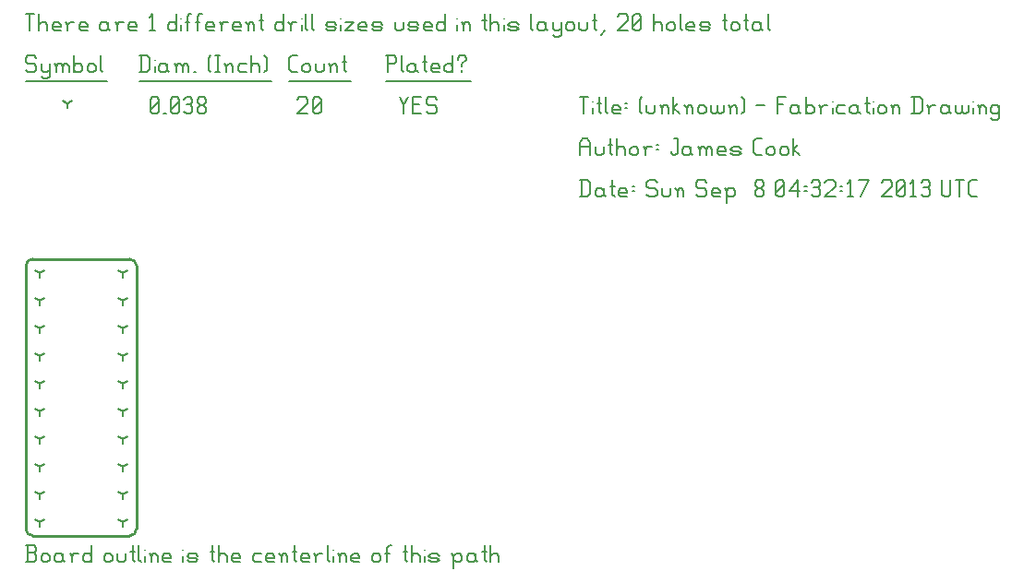
<source format=gbr>
G04 start of page 12 for group -3984 idx -3984 *
G04 Title: (unknown), fab *
G04 Creator: pcb 20110918 *
G04 CreationDate: Sun Sep  8 04:32:17 2013 UTC *
G04 For: mokus *
G04 Format: Gerber/RS-274X *
G04 PCB-Dimensions: 40000 100000 *
G04 PCB-Coordinate-Origin: lower left *
%MOIN*%
%FSLAX25Y25*%
%LNFAB*%
%ADD34C,0.0100*%
%ADD33C,0.0075*%
%ADD32C,0.0060*%
%ADD31C,0.0001*%
%ADD30R,0.0080X0.0080*%
G54D30*X35000Y95000D02*Y93400D01*
G54D31*G36*
X34454Y95147D02*X36533Y96346D01*
X36933Y95653D01*
X34853Y94454D01*
X34454Y95147D01*
G37*
G36*
X35147Y94454D02*X33067Y95653D01*
X33467Y96346D01*
X35546Y95147D01*
X35147Y94454D01*
G37*
G54D30*X35000Y85000D02*Y83400D01*
G54D31*G36*
X34454Y85147D02*X36533Y86346D01*
X36933Y85653D01*
X34853Y84454D01*
X34454Y85147D01*
G37*
G36*
X35147Y84454D02*X33067Y85653D01*
X33467Y86346D01*
X35546Y85147D01*
X35147Y84454D01*
G37*
G54D30*X35000Y75000D02*Y73400D01*
G54D31*G36*
X34454Y75147D02*X36533Y76346D01*
X36933Y75653D01*
X34853Y74454D01*
X34454Y75147D01*
G37*
G36*
X35147Y74454D02*X33067Y75653D01*
X33467Y76346D01*
X35546Y75147D01*
X35147Y74454D01*
G37*
G54D30*X35000Y65000D02*Y63400D01*
G54D31*G36*
X34454Y65147D02*X36533Y66346D01*
X36933Y65653D01*
X34853Y64454D01*
X34454Y65147D01*
G37*
G36*
X35147Y64454D02*X33067Y65653D01*
X33467Y66346D01*
X35546Y65147D01*
X35147Y64454D01*
G37*
G54D30*X35000Y55000D02*Y53400D01*
G54D31*G36*
X34454Y55147D02*X36533Y56346D01*
X36933Y55653D01*
X34853Y54454D01*
X34454Y55147D01*
G37*
G36*
X35147Y54454D02*X33067Y55653D01*
X33467Y56346D01*
X35546Y55147D01*
X35147Y54454D01*
G37*
G54D30*X35000Y45000D02*Y43400D01*
G54D31*G36*
X34454Y45147D02*X36533Y46346D01*
X36933Y45653D01*
X34853Y44454D01*
X34454Y45147D01*
G37*
G36*
X35147Y44454D02*X33067Y45653D01*
X33467Y46346D01*
X35546Y45147D01*
X35147Y44454D01*
G37*
G54D30*X35000Y35000D02*Y33400D01*
G54D31*G36*
X34454Y35147D02*X36533Y36346D01*
X36933Y35653D01*
X34853Y34454D01*
X34454Y35147D01*
G37*
G36*
X35147Y34454D02*X33067Y35653D01*
X33467Y36346D01*
X35546Y35147D01*
X35147Y34454D01*
G37*
G54D30*X35000Y25000D02*Y23400D01*
G54D31*G36*
X34454Y25147D02*X36533Y26346D01*
X36933Y25653D01*
X34853Y24454D01*
X34454Y25147D01*
G37*
G36*
X35147Y24454D02*X33067Y25653D01*
X33467Y26346D01*
X35546Y25147D01*
X35147Y24454D01*
G37*
G54D30*X35000Y15000D02*Y13400D01*
G54D31*G36*
X34454Y15147D02*X36533Y16346D01*
X36933Y15653D01*
X34853Y14454D01*
X34454Y15147D01*
G37*
G36*
X35147Y14454D02*X33067Y15653D01*
X33467Y16346D01*
X35546Y15147D01*
X35147Y14454D01*
G37*
G54D30*X35000Y5000D02*Y3400D01*
G54D31*G36*
X34454Y5147D02*X36533Y6346D01*
X36933Y5653D01*
X34853Y4454D01*
X34454Y5147D01*
G37*
G36*
X35147Y4454D02*X33067Y5653D01*
X33467Y6346D01*
X35546Y5147D01*
X35147Y4454D01*
G37*
G54D30*X5000Y95000D02*Y93400D01*
G54D31*G36*
X4454Y95147D02*X6533Y96346D01*
X6933Y95653D01*
X4853Y94454D01*
X4454Y95147D01*
G37*
G36*
X5147Y94454D02*X3067Y95653D01*
X3467Y96346D01*
X5546Y95147D01*
X5147Y94454D01*
G37*
G54D30*X5000Y85000D02*Y83400D01*
G54D31*G36*
X4454Y85147D02*X6533Y86346D01*
X6933Y85653D01*
X4853Y84454D01*
X4454Y85147D01*
G37*
G36*
X5147Y84454D02*X3067Y85653D01*
X3467Y86346D01*
X5546Y85147D01*
X5147Y84454D01*
G37*
G54D30*X5000Y75000D02*Y73400D01*
G54D31*G36*
X4454Y75147D02*X6533Y76346D01*
X6933Y75653D01*
X4853Y74454D01*
X4454Y75147D01*
G37*
G36*
X5147Y74454D02*X3067Y75653D01*
X3467Y76346D01*
X5546Y75147D01*
X5147Y74454D01*
G37*
G54D30*X5000Y65000D02*Y63400D01*
G54D31*G36*
X4454Y65147D02*X6533Y66346D01*
X6933Y65653D01*
X4853Y64454D01*
X4454Y65147D01*
G37*
G36*
X5147Y64454D02*X3067Y65653D01*
X3467Y66346D01*
X5546Y65147D01*
X5147Y64454D01*
G37*
G54D30*X5000Y55000D02*Y53400D01*
G54D31*G36*
X4454Y55147D02*X6533Y56346D01*
X6933Y55653D01*
X4853Y54454D01*
X4454Y55147D01*
G37*
G36*
X5147Y54454D02*X3067Y55653D01*
X3467Y56346D01*
X5546Y55147D01*
X5147Y54454D01*
G37*
G54D30*X5000Y45000D02*Y43400D01*
G54D31*G36*
X4454Y45147D02*X6533Y46346D01*
X6933Y45653D01*
X4853Y44454D01*
X4454Y45147D01*
G37*
G36*
X5147Y44454D02*X3067Y45653D01*
X3467Y46346D01*
X5546Y45147D01*
X5147Y44454D01*
G37*
G54D30*X5000Y35000D02*Y33400D01*
G54D31*G36*
X4454Y35147D02*X6533Y36346D01*
X6933Y35653D01*
X4853Y34454D01*
X4454Y35147D01*
G37*
G36*
X5147Y34454D02*X3067Y35653D01*
X3467Y36346D01*
X5546Y35147D01*
X5147Y34454D01*
G37*
G54D30*X5000Y25000D02*Y23400D01*
G54D31*G36*
X4454Y25147D02*X6533Y26346D01*
X6933Y25653D01*
X4853Y24454D01*
X4454Y25147D01*
G37*
G36*
X5147Y24454D02*X3067Y25653D01*
X3467Y26346D01*
X5546Y25147D01*
X5147Y24454D01*
G37*
G54D30*X5000Y15000D02*Y13400D01*
G54D31*G36*
X4454Y15147D02*X6533Y16346D01*
X6933Y15653D01*
X4853Y14454D01*
X4454Y15147D01*
G37*
G36*
X5147Y14454D02*X3067Y15653D01*
X3467Y16346D01*
X5546Y15147D01*
X5147Y14454D01*
G37*
G54D30*X5000Y5000D02*Y3400D01*
G54D31*G36*
X4454Y5147D02*X6533Y6346D01*
X6933Y5653D01*
X4853Y4454D01*
X4454Y5147D01*
G37*
G36*
X5147Y4454D02*X3067Y5653D01*
X3467Y6346D01*
X5546Y5147D01*
X5147Y4454D01*
G37*
G54D30*X15000Y156250D02*Y154650D01*
G54D31*G36*
X14454Y156397D02*X16533Y157596D01*
X16933Y156903D01*
X14853Y155704D01*
X14454Y156397D01*
G37*
G36*
X15147Y155704D02*X13067Y156903D01*
X13467Y157596D01*
X15546Y156397D01*
X15147Y155704D01*
G37*
G54D32*X135000Y158500D02*X136500Y155500D01*
X138000Y158500D01*
X136500Y155500D02*Y152500D01*
X139800Y155800D02*X142050D01*
X139800Y152500D02*X142800D01*
X139800Y158500D02*Y152500D01*
Y158500D02*X142800D01*
X147600D02*X148350Y157750D01*
X145350Y158500D02*X147600D01*
X144600Y157750D02*X145350Y158500D01*
X144600Y157750D02*Y156250D01*
X145350Y155500D01*
X147600D01*
X148350Y154750D01*
Y153250D01*
X147600Y152500D02*X148350Y153250D01*
X145350Y152500D02*X147600D01*
X144600Y153250D02*X145350Y152500D01*
X98000Y157750D02*X98750Y158500D01*
X101000D01*
X101750Y157750D01*
Y156250D01*
X98000Y152500D02*X101750Y156250D01*
X98000Y152500D02*X101750D01*
X103550Y153250D02*X104300Y152500D01*
X103550Y157750D02*Y153250D01*
Y157750D02*X104300Y158500D01*
X105800D01*
X106550Y157750D01*
Y153250D01*
X105800Y152500D02*X106550Y153250D01*
X104300Y152500D02*X105800D01*
X103550Y154000D02*X106550Y157000D01*
X45000Y153250D02*X45750Y152500D01*
X45000Y157750D02*Y153250D01*
Y157750D02*X45750Y158500D01*
X47250D01*
X48000Y157750D01*
Y153250D01*
X47250Y152500D02*X48000Y153250D01*
X45750Y152500D02*X47250D01*
X45000Y154000D02*X48000Y157000D01*
X49800Y152500D02*X50550D01*
X52350Y153250D02*X53100Y152500D01*
X52350Y157750D02*Y153250D01*
Y157750D02*X53100Y158500D01*
X54600D01*
X55350Y157750D01*
Y153250D01*
X54600Y152500D02*X55350Y153250D01*
X53100Y152500D02*X54600D01*
X52350Y154000D02*X55350Y157000D01*
X57150Y157750D02*X57900Y158500D01*
X59400D01*
X60150Y157750D01*
X59400Y152500D02*X60150Y153250D01*
X57900Y152500D02*X59400D01*
X57150Y153250D02*X57900Y152500D01*
Y155800D02*X59400D01*
X60150Y157750D02*Y156550D01*
Y155050D02*Y153250D01*
Y155050D02*X59400Y155800D01*
X60150Y156550D02*X59400Y155800D01*
X61950Y153250D02*X62700Y152500D01*
X61950Y154450D02*Y153250D01*
Y154450D02*X63000Y155500D01*
X63900D01*
X64950Y154450D01*
Y153250D01*
X64200Y152500D02*X64950Y153250D01*
X62700Y152500D02*X64200D01*
X61950Y156550D02*X63000Y155500D01*
X61950Y157750D02*Y156550D01*
Y157750D02*X62700Y158500D01*
X64200D01*
X64950Y157750D01*
Y156550D01*
X63900Y155500D02*X64950Y156550D01*
X3000Y173500D02*X3750Y172750D01*
X750Y173500D02*X3000D01*
X0Y172750D02*X750Y173500D01*
X0Y172750D02*Y171250D01*
X750Y170500D01*
X3000D01*
X3750Y169750D01*
Y168250D01*
X3000Y167500D02*X3750Y168250D01*
X750Y167500D02*X3000D01*
X0Y168250D02*X750Y167500D01*
X5550Y170500D02*Y168250D01*
X6300Y167500D01*
X8550Y170500D02*Y166000D01*
X7800Y165250D02*X8550Y166000D01*
X6300Y165250D02*X7800D01*
X5550Y166000D02*X6300Y165250D01*
Y167500D02*X7800D01*
X8550Y168250D01*
X11100Y169750D02*Y167500D01*
Y169750D02*X11850Y170500D01*
X12600D01*
X13350Y169750D01*
Y167500D01*
Y169750D02*X14100Y170500D01*
X14850D01*
X15600Y169750D01*
Y167500D01*
X10350Y170500D02*X11100Y169750D01*
X17400Y173500D02*Y167500D01*
Y168250D02*X18150Y167500D01*
X19650D01*
X20400Y168250D01*
Y169750D02*Y168250D01*
X19650Y170500D02*X20400Y169750D01*
X18150Y170500D02*X19650D01*
X17400Y169750D02*X18150Y170500D01*
X22200Y169750D02*Y168250D01*
Y169750D02*X22950Y170500D01*
X24450D01*
X25200Y169750D01*
Y168250D01*
X24450Y167500D02*X25200Y168250D01*
X22950Y167500D02*X24450D01*
X22200Y168250D02*X22950Y167500D01*
X27000Y173500D02*Y168250D01*
X27750Y167500D01*
X0Y164250D02*X29250D01*
X41750Y173500D02*Y167500D01*
X43700Y173500D02*X44750Y172450D01*
Y168550D01*
X43700Y167500D02*X44750Y168550D01*
X41000Y167500D02*X43700D01*
X41000Y173500D02*X43700D01*
G54D33*X46550Y172000D02*Y171850D01*
G54D32*Y169750D02*Y167500D01*
X50300Y170500D02*X51050Y169750D01*
X48800Y170500D02*X50300D01*
X48050Y169750D02*X48800Y170500D01*
X48050Y169750D02*Y168250D01*
X48800Y167500D01*
X51050Y170500D02*Y168250D01*
X51800Y167500D01*
X48800D02*X50300D01*
X51050Y168250D01*
X54350Y169750D02*Y167500D01*
Y169750D02*X55100Y170500D01*
X55850D01*
X56600Y169750D01*
Y167500D01*
Y169750D02*X57350Y170500D01*
X58100D01*
X58850Y169750D01*
Y167500D01*
X53600Y170500D02*X54350Y169750D01*
X60650Y167500D02*X61400D01*
X65900Y168250D02*X66650Y167500D01*
X65900Y172750D02*X66650Y173500D01*
X65900Y172750D02*Y168250D01*
X68450Y173500D02*X69950D01*
X69200D02*Y167500D01*
X68450D02*X69950D01*
X72500Y169750D02*Y167500D01*
Y169750D02*X73250Y170500D01*
X74000D01*
X74750Y169750D01*
Y167500D01*
X71750Y170500D02*X72500Y169750D01*
X77300Y170500D02*X79550D01*
X76550Y169750D02*X77300Y170500D01*
X76550Y169750D02*Y168250D01*
X77300Y167500D01*
X79550D01*
X81350Y173500D02*Y167500D01*
Y169750D02*X82100Y170500D01*
X83600D01*
X84350Y169750D01*
Y167500D01*
X86150Y173500D02*X86900Y172750D01*
Y168250D01*
X86150Y167500D02*X86900Y168250D01*
X41000Y164250D02*X88700D01*
X96050Y167500D02*X98000D01*
X95000Y168550D02*X96050Y167500D01*
X95000Y172450D02*Y168550D01*
Y172450D02*X96050Y173500D01*
X98000D01*
X99800Y169750D02*Y168250D01*
Y169750D02*X100550Y170500D01*
X102050D01*
X102800Y169750D01*
Y168250D01*
X102050Y167500D02*X102800Y168250D01*
X100550Y167500D02*X102050D01*
X99800Y168250D02*X100550Y167500D01*
X104600Y170500D02*Y168250D01*
X105350Y167500D01*
X106850D01*
X107600Y168250D01*
Y170500D02*Y168250D01*
X110150Y169750D02*Y167500D01*
Y169750D02*X110900Y170500D01*
X111650D01*
X112400Y169750D01*
Y167500D01*
X109400Y170500D02*X110150Y169750D01*
X114950Y173500D02*Y168250D01*
X115700Y167500D01*
X114200Y171250D02*X115700D01*
X95000Y164250D02*X117200D01*
X130750Y173500D02*Y167500D01*
X130000Y173500D02*X133000D01*
X133750Y172750D01*
Y171250D01*
X133000Y170500D02*X133750Y171250D01*
X130750Y170500D02*X133000D01*
X135550Y173500D02*Y168250D01*
X136300Y167500D01*
X140050Y170500D02*X140800Y169750D01*
X138550Y170500D02*X140050D01*
X137800Y169750D02*X138550Y170500D01*
X137800Y169750D02*Y168250D01*
X138550Y167500D01*
X140800Y170500D02*Y168250D01*
X141550Y167500D01*
X138550D02*X140050D01*
X140800Y168250D01*
X144100Y173500D02*Y168250D01*
X144850Y167500D01*
X143350Y171250D02*X144850D01*
X147100Y167500D02*X149350D01*
X146350Y168250D02*X147100Y167500D01*
X146350Y169750D02*Y168250D01*
Y169750D02*X147100Y170500D01*
X148600D01*
X149350Y169750D01*
X146350Y169000D02*X149350D01*
Y169750D02*Y169000D01*
X154150Y173500D02*Y167500D01*
X153400D02*X154150Y168250D01*
X151900Y167500D02*X153400D01*
X151150Y168250D02*X151900Y167500D01*
X151150Y169750D02*Y168250D01*
Y169750D02*X151900Y170500D01*
X153400D01*
X154150Y169750D01*
X157450Y170500D02*Y169750D01*
Y168250D02*Y167500D01*
X155950Y172750D02*Y172000D01*
Y172750D02*X156700Y173500D01*
X158200D01*
X158950Y172750D01*
Y172000D01*
X157450Y170500D02*X158950Y172000D01*
X130000Y164250D02*X160750D01*
X0Y188500D02*X3000D01*
X1500D02*Y182500D01*
X4800Y188500D02*Y182500D01*
Y184750D02*X5550Y185500D01*
X7050D01*
X7800Y184750D01*
Y182500D01*
X10350D02*X12600D01*
X9600Y183250D02*X10350Y182500D01*
X9600Y184750D02*Y183250D01*
Y184750D02*X10350Y185500D01*
X11850D01*
X12600Y184750D01*
X9600Y184000D02*X12600D01*
Y184750D02*Y184000D01*
X15150Y184750D02*Y182500D01*
Y184750D02*X15900Y185500D01*
X17400D01*
X14400D02*X15150Y184750D01*
X19950Y182500D02*X22200D01*
X19200Y183250D02*X19950Y182500D01*
X19200Y184750D02*Y183250D01*
Y184750D02*X19950Y185500D01*
X21450D01*
X22200Y184750D01*
X19200Y184000D02*X22200D01*
Y184750D02*Y184000D01*
X28950Y185500D02*X29700Y184750D01*
X27450Y185500D02*X28950D01*
X26700Y184750D02*X27450Y185500D01*
X26700Y184750D02*Y183250D01*
X27450Y182500D01*
X29700Y185500D02*Y183250D01*
X30450Y182500D01*
X27450D02*X28950D01*
X29700Y183250D01*
X33000Y184750D02*Y182500D01*
Y184750D02*X33750Y185500D01*
X35250D01*
X32250D02*X33000Y184750D01*
X37800Y182500D02*X40050D01*
X37050Y183250D02*X37800Y182500D01*
X37050Y184750D02*Y183250D01*
Y184750D02*X37800Y185500D01*
X39300D01*
X40050Y184750D01*
X37050Y184000D02*X40050D01*
Y184750D02*Y184000D01*
X44550Y187300D02*X45750Y188500D01*
Y182500D01*
X44550D02*X46800D01*
X54300Y188500D02*Y182500D01*
X53550D02*X54300Y183250D01*
X52050Y182500D02*X53550D01*
X51300Y183250D02*X52050Y182500D01*
X51300Y184750D02*Y183250D01*
Y184750D02*X52050Y185500D01*
X53550D01*
X54300Y184750D01*
G54D33*X56100Y187000D02*Y186850D01*
G54D32*Y184750D02*Y182500D01*
X58350Y187750D02*Y182500D01*
Y187750D02*X59100Y188500D01*
X59850D01*
X57600Y185500D02*X59100D01*
X62100Y187750D02*Y182500D01*
Y187750D02*X62850Y188500D01*
X63600D01*
X61350Y185500D02*X62850D01*
X65850Y182500D02*X68100D01*
X65100Y183250D02*X65850Y182500D01*
X65100Y184750D02*Y183250D01*
Y184750D02*X65850Y185500D01*
X67350D01*
X68100Y184750D01*
X65100Y184000D02*X68100D01*
Y184750D02*Y184000D01*
X70650Y184750D02*Y182500D01*
Y184750D02*X71400Y185500D01*
X72900D01*
X69900D02*X70650Y184750D01*
X75450Y182500D02*X77700D01*
X74700Y183250D02*X75450Y182500D01*
X74700Y184750D02*Y183250D01*
Y184750D02*X75450Y185500D01*
X76950D01*
X77700Y184750D01*
X74700Y184000D02*X77700D01*
Y184750D02*Y184000D01*
X80250Y184750D02*Y182500D01*
Y184750D02*X81000Y185500D01*
X81750D01*
X82500Y184750D01*
Y182500D01*
X79500Y185500D02*X80250Y184750D01*
X85050Y188500D02*Y183250D01*
X85800Y182500D01*
X84300Y186250D02*X85800D01*
X93000Y188500D02*Y182500D01*
X92250D02*X93000Y183250D01*
X90750Y182500D02*X92250D01*
X90000Y183250D02*X90750Y182500D01*
X90000Y184750D02*Y183250D01*
Y184750D02*X90750Y185500D01*
X92250D01*
X93000Y184750D01*
X95550D02*Y182500D01*
Y184750D02*X96300Y185500D01*
X97800D01*
X94800D02*X95550Y184750D01*
G54D33*X99600Y187000D02*Y186850D01*
G54D32*Y184750D02*Y182500D01*
X101100Y188500D02*Y183250D01*
X101850Y182500D01*
X103350Y188500D02*Y183250D01*
X104100Y182500D01*
X109050D02*X111300D01*
X112050Y183250D01*
X111300Y184000D02*X112050Y183250D01*
X109050Y184000D02*X111300D01*
X108300Y184750D02*X109050Y184000D01*
X108300Y184750D02*X109050Y185500D01*
X111300D01*
X112050Y184750D01*
X108300Y183250D02*X109050Y182500D01*
G54D33*X113850Y187000D02*Y186850D01*
G54D32*Y184750D02*Y182500D01*
X115350Y185500D02*X118350D01*
X115350Y182500D02*X118350Y185500D01*
X115350Y182500D02*X118350D01*
X120900D02*X123150D01*
X120150Y183250D02*X120900Y182500D01*
X120150Y184750D02*Y183250D01*
Y184750D02*X120900Y185500D01*
X122400D01*
X123150Y184750D01*
X120150Y184000D02*X123150D01*
Y184750D02*Y184000D01*
X125700Y182500D02*X127950D01*
X128700Y183250D01*
X127950Y184000D02*X128700Y183250D01*
X125700Y184000D02*X127950D01*
X124950Y184750D02*X125700Y184000D01*
X124950Y184750D02*X125700Y185500D01*
X127950D01*
X128700Y184750D01*
X124950Y183250D02*X125700Y182500D01*
X133200Y185500D02*Y183250D01*
X133950Y182500D01*
X135450D01*
X136200Y183250D01*
Y185500D02*Y183250D01*
X138750Y182500D02*X141000D01*
X141750Y183250D01*
X141000Y184000D02*X141750Y183250D01*
X138750Y184000D02*X141000D01*
X138000Y184750D02*X138750Y184000D01*
X138000Y184750D02*X138750Y185500D01*
X141000D01*
X141750Y184750D01*
X138000Y183250D02*X138750Y182500D01*
X144300D02*X146550D01*
X143550Y183250D02*X144300Y182500D01*
X143550Y184750D02*Y183250D01*
Y184750D02*X144300Y185500D01*
X145800D01*
X146550Y184750D01*
X143550Y184000D02*X146550D01*
Y184750D02*Y184000D01*
X151350Y188500D02*Y182500D01*
X150600D02*X151350Y183250D01*
X149100Y182500D02*X150600D01*
X148350Y183250D02*X149100Y182500D01*
X148350Y184750D02*Y183250D01*
Y184750D02*X149100Y185500D01*
X150600D01*
X151350Y184750D01*
G54D33*X155850Y187000D02*Y186850D01*
G54D32*Y184750D02*Y182500D01*
X158100Y184750D02*Y182500D01*
Y184750D02*X158850Y185500D01*
X159600D01*
X160350Y184750D01*
Y182500D01*
X157350Y185500D02*X158100Y184750D01*
X165600Y188500D02*Y183250D01*
X166350Y182500D01*
X164850Y186250D02*X166350D01*
X167850Y188500D02*Y182500D01*
Y184750D02*X168600Y185500D01*
X170100D01*
X170850Y184750D01*
Y182500D01*
G54D33*X172650Y187000D02*Y186850D01*
G54D32*Y184750D02*Y182500D01*
X174900D02*X177150D01*
X177900Y183250D01*
X177150Y184000D02*X177900Y183250D01*
X174900Y184000D02*X177150D01*
X174150Y184750D02*X174900Y184000D01*
X174150Y184750D02*X174900Y185500D01*
X177150D01*
X177900Y184750D01*
X174150Y183250D02*X174900Y182500D01*
X182400Y188500D02*Y183250D01*
X183150Y182500D01*
X186900Y185500D02*X187650Y184750D01*
X185400Y185500D02*X186900D01*
X184650Y184750D02*X185400Y185500D01*
X184650Y184750D02*Y183250D01*
X185400Y182500D01*
X187650Y185500D02*Y183250D01*
X188400Y182500D01*
X185400D02*X186900D01*
X187650Y183250D01*
X190200Y185500D02*Y183250D01*
X190950Y182500D01*
X193200Y185500D02*Y181000D01*
X192450Y180250D02*X193200Y181000D01*
X190950Y180250D02*X192450D01*
X190200Y181000D02*X190950Y180250D01*
Y182500D02*X192450D01*
X193200Y183250D01*
X195000Y184750D02*Y183250D01*
Y184750D02*X195750Y185500D01*
X197250D01*
X198000Y184750D01*
Y183250D01*
X197250Y182500D02*X198000Y183250D01*
X195750Y182500D02*X197250D01*
X195000Y183250D02*X195750Y182500D01*
X199800Y185500D02*Y183250D01*
X200550Y182500D01*
X202050D01*
X202800Y183250D01*
Y185500D02*Y183250D01*
X205350Y188500D02*Y183250D01*
X206100Y182500D01*
X204600Y186250D02*X206100D01*
X207600Y181000D02*X209100Y182500D01*
X213600Y187750D02*X214350Y188500D01*
X216600D01*
X217350Y187750D01*
Y186250D01*
X213600Y182500D02*X217350Y186250D01*
X213600Y182500D02*X217350D01*
X219150Y183250D02*X219900Y182500D01*
X219150Y187750D02*Y183250D01*
Y187750D02*X219900Y188500D01*
X221400D01*
X222150Y187750D01*
Y183250D01*
X221400Y182500D02*X222150Y183250D01*
X219900Y182500D02*X221400D01*
X219150Y184000D02*X222150Y187000D01*
X226650Y188500D02*Y182500D01*
Y184750D02*X227400Y185500D01*
X228900D01*
X229650Y184750D01*
Y182500D01*
X231450Y184750D02*Y183250D01*
Y184750D02*X232200Y185500D01*
X233700D01*
X234450Y184750D01*
Y183250D01*
X233700Y182500D02*X234450Y183250D01*
X232200Y182500D02*X233700D01*
X231450Y183250D02*X232200Y182500D01*
X236250Y188500D02*Y183250D01*
X237000Y182500D01*
X239250D02*X241500D01*
X238500Y183250D02*X239250Y182500D01*
X238500Y184750D02*Y183250D01*
Y184750D02*X239250Y185500D01*
X240750D01*
X241500Y184750D01*
X238500Y184000D02*X241500D01*
Y184750D02*Y184000D01*
X244050Y182500D02*X246300D01*
X247050Y183250D01*
X246300Y184000D02*X247050Y183250D01*
X244050Y184000D02*X246300D01*
X243300Y184750D02*X244050Y184000D01*
X243300Y184750D02*X244050Y185500D01*
X246300D01*
X247050Y184750D01*
X243300Y183250D02*X244050Y182500D01*
X252300Y188500D02*Y183250D01*
X253050Y182500D01*
X251550Y186250D02*X253050D01*
X254550Y184750D02*Y183250D01*
Y184750D02*X255300Y185500D01*
X256800D01*
X257550Y184750D01*
Y183250D01*
X256800Y182500D02*X257550Y183250D01*
X255300Y182500D02*X256800D01*
X254550Y183250D02*X255300Y182500D01*
X260100Y188500D02*Y183250D01*
X260850Y182500D01*
X259350Y186250D02*X260850D01*
X264600Y185500D02*X265350Y184750D01*
X263100Y185500D02*X264600D01*
X262350Y184750D02*X263100Y185500D01*
X262350Y184750D02*Y183250D01*
X263100Y182500D01*
X265350Y185500D02*Y183250D01*
X266100Y182500D01*
X263100D02*X264600D01*
X265350Y183250D01*
X267900Y188500D02*Y183250D01*
X268650Y182500D01*
G54D34*X2500Y0D02*X37500D01*
X40000Y2500D02*Y97500D01*
X37500Y100000D02*X2500D01*
X0Y97500D02*Y2500D01*
Y97500D02*G75*G02X2500Y100000I2500J0D01*G01*
X37500D02*G75*G02X40000Y97500I0J-2500D01*G01*
X0Y2500D02*G75*G03X2500Y0I2500J0D01*G01*
X37500D02*G75*G03X40000Y2500I0J2500D01*G01*
G54D32*X0Y-9500D02*X3000D01*
X3750Y-8750D01*
Y-6950D02*Y-8750D01*
X3000Y-6200D02*X3750Y-6950D01*
X750Y-6200D02*X3000D01*
X750Y-3500D02*Y-9500D01*
X0Y-3500D02*X3000D01*
X3750Y-4250D01*
Y-5450D01*
X3000Y-6200D02*X3750Y-5450D01*
X5550Y-7250D02*Y-8750D01*
Y-7250D02*X6300Y-6500D01*
X7800D01*
X8550Y-7250D01*
Y-8750D01*
X7800Y-9500D02*X8550Y-8750D01*
X6300Y-9500D02*X7800D01*
X5550Y-8750D02*X6300Y-9500D01*
X12600Y-6500D02*X13350Y-7250D01*
X11100Y-6500D02*X12600D01*
X10350Y-7250D02*X11100Y-6500D01*
X10350Y-7250D02*Y-8750D01*
X11100Y-9500D01*
X13350Y-6500D02*Y-8750D01*
X14100Y-9500D01*
X11100D02*X12600D01*
X13350Y-8750D01*
X16650Y-7250D02*Y-9500D01*
Y-7250D02*X17400Y-6500D01*
X18900D01*
X15900D02*X16650Y-7250D01*
X23700Y-3500D02*Y-9500D01*
X22950D02*X23700Y-8750D01*
X21450Y-9500D02*X22950D01*
X20700Y-8750D02*X21450Y-9500D01*
X20700Y-7250D02*Y-8750D01*
Y-7250D02*X21450Y-6500D01*
X22950D01*
X23700Y-7250D01*
X28200D02*Y-8750D01*
Y-7250D02*X28950Y-6500D01*
X30450D01*
X31200Y-7250D01*
Y-8750D01*
X30450Y-9500D02*X31200Y-8750D01*
X28950Y-9500D02*X30450D01*
X28200Y-8750D02*X28950Y-9500D01*
X33000Y-6500D02*Y-8750D01*
X33750Y-9500D01*
X35250D01*
X36000Y-8750D01*
Y-6500D02*Y-8750D01*
X38550Y-3500D02*Y-8750D01*
X39300Y-9500D01*
X37800Y-5750D02*X39300D01*
X40800Y-3500D02*Y-8750D01*
X41550Y-9500D01*
G54D33*X43050Y-5000D02*Y-5150D01*
G54D32*Y-7250D02*Y-9500D01*
X45300Y-7250D02*Y-9500D01*
Y-7250D02*X46050Y-6500D01*
X46800D01*
X47550Y-7250D01*
Y-9500D01*
X44550Y-6500D02*X45300Y-7250D01*
X50100Y-9500D02*X52350D01*
X49350Y-8750D02*X50100Y-9500D01*
X49350Y-7250D02*Y-8750D01*
Y-7250D02*X50100Y-6500D01*
X51600D01*
X52350Y-7250D01*
X49350Y-8000D02*X52350D01*
Y-7250D02*Y-8000D01*
G54D33*X56850Y-5000D02*Y-5150D01*
G54D32*Y-7250D02*Y-9500D01*
X59100D02*X61350D01*
X62100Y-8750D01*
X61350Y-8000D02*X62100Y-8750D01*
X59100Y-8000D02*X61350D01*
X58350Y-7250D02*X59100Y-8000D01*
X58350Y-7250D02*X59100Y-6500D01*
X61350D01*
X62100Y-7250D01*
X58350Y-8750D02*X59100Y-9500D01*
X67350Y-3500D02*Y-8750D01*
X68100Y-9500D01*
X66600Y-5750D02*X68100D01*
X69600Y-3500D02*Y-9500D01*
Y-7250D02*X70350Y-6500D01*
X71850D01*
X72600Y-7250D01*
Y-9500D01*
X75150D02*X77400D01*
X74400Y-8750D02*X75150Y-9500D01*
X74400Y-7250D02*Y-8750D01*
Y-7250D02*X75150Y-6500D01*
X76650D01*
X77400Y-7250D01*
X74400Y-8000D02*X77400D01*
Y-7250D02*Y-8000D01*
X82650Y-6500D02*X84900D01*
X81900Y-7250D02*X82650Y-6500D01*
X81900Y-7250D02*Y-8750D01*
X82650Y-9500D01*
X84900D01*
X87450D02*X89700D01*
X86700Y-8750D02*X87450Y-9500D01*
X86700Y-7250D02*Y-8750D01*
Y-7250D02*X87450Y-6500D01*
X88950D01*
X89700Y-7250D01*
X86700Y-8000D02*X89700D01*
Y-7250D02*Y-8000D01*
X92250Y-7250D02*Y-9500D01*
Y-7250D02*X93000Y-6500D01*
X93750D01*
X94500Y-7250D01*
Y-9500D01*
X91500Y-6500D02*X92250Y-7250D01*
X97050Y-3500D02*Y-8750D01*
X97800Y-9500D01*
X96300Y-5750D02*X97800D01*
X100050Y-9500D02*X102300D01*
X99300Y-8750D02*X100050Y-9500D01*
X99300Y-7250D02*Y-8750D01*
Y-7250D02*X100050Y-6500D01*
X101550D01*
X102300Y-7250D01*
X99300Y-8000D02*X102300D01*
Y-7250D02*Y-8000D01*
X104850Y-7250D02*Y-9500D01*
Y-7250D02*X105600Y-6500D01*
X107100D01*
X104100D02*X104850Y-7250D01*
X108900Y-3500D02*Y-8750D01*
X109650Y-9500D01*
G54D33*X111150Y-5000D02*Y-5150D01*
G54D32*Y-7250D02*Y-9500D01*
X113400Y-7250D02*Y-9500D01*
Y-7250D02*X114150Y-6500D01*
X114900D01*
X115650Y-7250D01*
Y-9500D01*
X112650Y-6500D02*X113400Y-7250D01*
X118200Y-9500D02*X120450D01*
X117450Y-8750D02*X118200Y-9500D01*
X117450Y-7250D02*Y-8750D01*
Y-7250D02*X118200Y-6500D01*
X119700D01*
X120450Y-7250D01*
X117450Y-8000D02*X120450D01*
Y-7250D02*Y-8000D01*
X124950Y-7250D02*Y-8750D01*
Y-7250D02*X125700Y-6500D01*
X127200D01*
X127950Y-7250D01*
Y-8750D01*
X127200Y-9500D02*X127950Y-8750D01*
X125700Y-9500D02*X127200D01*
X124950Y-8750D02*X125700Y-9500D01*
X130500Y-4250D02*Y-9500D01*
Y-4250D02*X131250Y-3500D01*
X132000D01*
X129750Y-6500D02*X131250D01*
X136950Y-3500D02*Y-8750D01*
X137700Y-9500D01*
X136200Y-5750D02*X137700D01*
X139200Y-3500D02*Y-9500D01*
Y-7250D02*X139950Y-6500D01*
X141450D01*
X142200Y-7250D01*
Y-9500D01*
G54D33*X144000Y-5000D02*Y-5150D01*
G54D32*Y-7250D02*Y-9500D01*
X146250D02*X148500D01*
X149250Y-8750D01*
X148500Y-8000D02*X149250Y-8750D01*
X146250Y-8000D02*X148500D01*
X145500Y-7250D02*X146250Y-8000D01*
X145500Y-7250D02*X146250Y-6500D01*
X148500D01*
X149250Y-7250D01*
X145500Y-8750D02*X146250Y-9500D01*
X154500Y-7250D02*Y-11750D01*
X153750Y-6500D02*X154500Y-7250D01*
X155250Y-6500D01*
X156750D01*
X157500Y-7250D01*
Y-8750D01*
X156750Y-9500D02*X157500Y-8750D01*
X155250Y-9500D02*X156750D01*
X154500Y-8750D02*X155250Y-9500D01*
X161550Y-6500D02*X162300Y-7250D01*
X160050Y-6500D02*X161550D01*
X159300Y-7250D02*X160050Y-6500D01*
X159300Y-7250D02*Y-8750D01*
X160050Y-9500D01*
X162300Y-6500D02*Y-8750D01*
X163050Y-9500D01*
X160050D02*X161550D01*
X162300Y-8750D01*
X165600Y-3500D02*Y-8750D01*
X166350Y-9500D01*
X164850Y-5750D02*X166350D01*
X167850Y-3500D02*Y-9500D01*
Y-7250D02*X168600Y-6500D01*
X170100D01*
X170850Y-7250D01*
Y-9500D01*
X200750Y128500D02*Y122500D01*
X202700Y128500D02*X203750Y127450D01*
Y123550D01*
X202700Y122500D02*X203750Y123550D01*
X200000Y122500D02*X202700D01*
X200000Y128500D02*X202700D01*
X207800Y125500D02*X208550Y124750D01*
X206300Y125500D02*X207800D01*
X205550Y124750D02*X206300Y125500D01*
X205550Y124750D02*Y123250D01*
X206300Y122500D01*
X208550Y125500D02*Y123250D01*
X209300Y122500D01*
X206300D02*X207800D01*
X208550Y123250D01*
X211850Y128500D02*Y123250D01*
X212600Y122500D01*
X211100Y126250D02*X212600D01*
X214850Y122500D02*X217100D01*
X214100Y123250D02*X214850Y122500D01*
X214100Y124750D02*Y123250D01*
Y124750D02*X214850Y125500D01*
X216350D01*
X217100Y124750D01*
X214100Y124000D02*X217100D01*
Y124750D02*Y124000D01*
X218900Y126250D02*X219650D01*
X218900Y124750D02*X219650D01*
X227150Y128500D02*X227900Y127750D01*
X224900Y128500D02*X227150D01*
X224150Y127750D02*X224900Y128500D01*
X224150Y127750D02*Y126250D01*
X224900Y125500D01*
X227150D01*
X227900Y124750D01*
Y123250D01*
X227150Y122500D02*X227900Y123250D01*
X224900Y122500D02*X227150D01*
X224150Y123250D02*X224900Y122500D01*
X229700Y125500D02*Y123250D01*
X230450Y122500D01*
X231950D01*
X232700Y123250D01*
Y125500D02*Y123250D01*
X235250Y124750D02*Y122500D01*
Y124750D02*X236000Y125500D01*
X236750D01*
X237500Y124750D01*
Y122500D01*
X234500Y125500D02*X235250Y124750D01*
X245000Y128500D02*X245750Y127750D01*
X242750Y128500D02*X245000D01*
X242000Y127750D02*X242750Y128500D01*
X242000Y127750D02*Y126250D01*
X242750Y125500D01*
X245000D01*
X245750Y124750D01*
Y123250D01*
X245000Y122500D02*X245750Y123250D01*
X242750Y122500D02*X245000D01*
X242000Y123250D02*X242750Y122500D01*
X248300D02*X250550D01*
X247550Y123250D02*X248300Y122500D01*
X247550Y124750D02*Y123250D01*
Y124750D02*X248300Y125500D01*
X249800D01*
X250550Y124750D01*
X247550Y124000D02*X250550D01*
Y124750D02*Y124000D01*
X253100Y124750D02*Y120250D01*
X252350Y125500D02*X253100Y124750D01*
X253850Y125500D01*
X255350D01*
X256100Y124750D01*
Y123250D01*
X255350Y122500D02*X256100Y123250D01*
X253850Y122500D02*X255350D01*
X253100Y123250D02*X253850Y122500D01*
X263300Y123250D02*X264050Y122500D01*
X263300Y124450D02*Y123250D01*
Y124450D02*X264350Y125500D01*
X265250D01*
X266300Y124450D01*
Y123250D01*
X265550Y122500D02*X266300Y123250D01*
X264050Y122500D02*X265550D01*
X263300Y126550D02*X264350Y125500D01*
X263300Y127750D02*Y126550D01*
Y127750D02*X264050Y128500D01*
X265550D01*
X266300Y127750D01*
Y126550D01*
X265250Y125500D02*X266300Y126550D01*
X270800Y123250D02*X271550Y122500D01*
X270800Y127750D02*Y123250D01*
Y127750D02*X271550Y128500D01*
X273050D01*
X273800Y127750D01*
Y123250D01*
X273050Y122500D02*X273800Y123250D01*
X271550Y122500D02*X273050D01*
X270800Y124000D02*X273800Y127000D01*
X275600Y124750D02*X278600Y128500D01*
X275600Y124750D02*X279350D01*
X278600Y128500D02*Y122500D01*
X281150Y126250D02*X281900D01*
X281150Y124750D02*X281900D01*
X283700Y127750D02*X284450Y128500D01*
X285950D01*
X286700Y127750D01*
X285950Y122500D02*X286700Y123250D01*
X284450Y122500D02*X285950D01*
X283700Y123250D02*X284450Y122500D01*
Y125800D02*X285950D01*
X286700Y127750D02*Y126550D01*
Y125050D02*Y123250D01*
Y125050D02*X285950Y125800D01*
X286700Y126550D02*X285950Y125800D01*
X288500Y127750D02*X289250Y128500D01*
X291500D01*
X292250Y127750D01*
Y126250D01*
X288500Y122500D02*X292250Y126250D01*
X288500Y122500D02*X292250D01*
X294050Y126250D02*X294800D01*
X294050Y124750D02*X294800D01*
X296600Y127300D02*X297800Y128500D01*
Y122500D01*
X296600D02*X298850D01*
X301400D02*X304400Y128500D01*
X300650D02*X304400D01*
X308900Y127750D02*X309650Y128500D01*
X311900D01*
X312650Y127750D01*
Y126250D01*
X308900Y122500D02*X312650Y126250D01*
X308900Y122500D02*X312650D01*
X314450Y123250D02*X315200Y122500D01*
X314450Y127750D02*Y123250D01*
Y127750D02*X315200Y128500D01*
X316700D01*
X317450Y127750D01*
Y123250D01*
X316700Y122500D02*X317450Y123250D01*
X315200Y122500D02*X316700D01*
X314450Y124000D02*X317450Y127000D01*
X319250Y127300D02*X320450Y128500D01*
Y122500D01*
X319250D02*X321500D01*
X323300Y127750D02*X324050Y128500D01*
X325550D01*
X326300Y127750D01*
X325550Y122500D02*X326300Y123250D01*
X324050Y122500D02*X325550D01*
X323300Y123250D02*X324050Y122500D01*
Y125800D02*X325550D01*
X326300Y127750D02*Y126550D01*
Y125050D02*Y123250D01*
Y125050D02*X325550Y125800D01*
X326300Y126550D02*X325550Y125800D01*
X330800Y128500D02*Y123250D01*
X331550Y122500D01*
X333050D01*
X333800Y123250D01*
Y128500D02*Y123250D01*
X335600Y128500D02*X338600D01*
X337100D02*Y122500D01*
X341450D02*X343400D01*
X340400Y123550D02*X341450Y122500D01*
X340400Y127450D02*Y123550D01*
Y127450D02*X341450Y128500D01*
X343400D01*
X200000Y142000D02*Y137500D01*
Y142000D02*X201050Y143500D01*
X202700D01*
X203750Y142000D01*
Y137500D01*
X200000Y140500D02*X203750D01*
X205550D02*Y138250D01*
X206300Y137500D01*
X207800D01*
X208550Y138250D01*
Y140500D02*Y138250D01*
X211100Y143500D02*Y138250D01*
X211850Y137500D01*
X210350Y141250D02*X211850D01*
X213350Y143500D02*Y137500D01*
Y139750D02*X214100Y140500D01*
X215600D01*
X216350Y139750D01*
Y137500D01*
X218150Y139750D02*Y138250D01*
Y139750D02*X218900Y140500D01*
X220400D01*
X221150Y139750D01*
Y138250D01*
X220400Y137500D02*X221150Y138250D01*
X218900Y137500D02*X220400D01*
X218150Y138250D02*X218900Y137500D01*
X223700Y139750D02*Y137500D01*
Y139750D02*X224450Y140500D01*
X225950D01*
X222950D02*X223700Y139750D01*
X227750Y141250D02*X228500D01*
X227750Y139750D02*X228500D01*
X234050Y143500D02*X235250D01*
Y138250D01*
X234500Y137500D02*X235250Y138250D01*
X233750Y137500D02*X234500D01*
X233000Y138250D02*X233750Y137500D01*
X233000Y139000D02*Y138250D01*
X239300Y140500D02*X240050Y139750D01*
X237800Y140500D02*X239300D01*
X237050Y139750D02*X237800Y140500D01*
X237050Y139750D02*Y138250D01*
X237800Y137500D01*
X240050Y140500D02*Y138250D01*
X240800Y137500D01*
X237800D02*X239300D01*
X240050Y138250D01*
X243350Y139750D02*Y137500D01*
Y139750D02*X244100Y140500D01*
X244850D01*
X245600Y139750D01*
Y137500D01*
Y139750D02*X246350Y140500D01*
X247100D01*
X247850Y139750D01*
Y137500D01*
X242600Y140500D02*X243350Y139750D01*
X250400Y137500D02*X252650D01*
X249650Y138250D02*X250400Y137500D01*
X249650Y139750D02*Y138250D01*
Y139750D02*X250400Y140500D01*
X251900D01*
X252650Y139750D01*
X249650Y139000D02*X252650D01*
Y139750D02*Y139000D01*
X255200Y137500D02*X257450D01*
X258200Y138250D01*
X257450Y139000D02*X258200Y138250D01*
X255200Y139000D02*X257450D01*
X254450Y139750D02*X255200Y139000D01*
X254450Y139750D02*X255200Y140500D01*
X257450D01*
X258200Y139750D01*
X254450Y138250D02*X255200Y137500D01*
X263750D02*X265700D01*
X262700Y138550D02*X263750Y137500D01*
X262700Y142450D02*Y138550D01*
Y142450D02*X263750Y143500D01*
X265700D01*
X267500Y139750D02*Y138250D01*
Y139750D02*X268250Y140500D01*
X269750D01*
X270500Y139750D01*
Y138250D01*
X269750Y137500D02*X270500Y138250D01*
X268250Y137500D02*X269750D01*
X267500Y138250D02*X268250Y137500D01*
X272300Y139750D02*Y138250D01*
Y139750D02*X273050Y140500D01*
X274550D01*
X275300Y139750D01*
Y138250D01*
X274550Y137500D02*X275300Y138250D01*
X273050Y137500D02*X274550D01*
X272300Y138250D02*X273050Y137500D01*
X277100Y143500D02*Y137500D01*
Y139750D02*X279350Y137500D01*
X277100Y139750D02*X278600Y141250D01*
X200000Y158500D02*X203000D01*
X201500D02*Y152500D01*
G54D33*X204800Y157000D02*Y156850D01*
G54D32*Y154750D02*Y152500D01*
X207050Y158500D02*Y153250D01*
X207800Y152500D01*
X206300Y156250D02*X207800D01*
X209300Y158500D02*Y153250D01*
X210050Y152500D01*
X212300D02*X214550D01*
X211550Y153250D02*X212300Y152500D01*
X211550Y154750D02*Y153250D01*
Y154750D02*X212300Y155500D01*
X213800D01*
X214550Y154750D01*
X211550Y154000D02*X214550D01*
Y154750D02*Y154000D01*
X216350Y156250D02*X217100D01*
X216350Y154750D02*X217100D01*
X221600Y153250D02*X222350Y152500D01*
X221600Y157750D02*X222350Y158500D01*
X221600Y157750D02*Y153250D01*
X224150Y155500D02*Y153250D01*
X224900Y152500D01*
X226400D01*
X227150Y153250D01*
Y155500D02*Y153250D01*
X229700Y154750D02*Y152500D01*
Y154750D02*X230450Y155500D01*
X231200D01*
X231950Y154750D01*
Y152500D01*
X228950Y155500D02*X229700Y154750D01*
X233750Y158500D02*Y152500D01*
Y154750D02*X236000Y152500D01*
X233750Y154750D02*X235250Y156250D01*
X238550Y154750D02*Y152500D01*
Y154750D02*X239300Y155500D01*
X240050D01*
X240800Y154750D01*
Y152500D01*
X237800Y155500D02*X238550Y154750D01*
X242600D02*Y153250D01*
Y154750D02*X243350Y155500D01*
X244850D01*
X245600Y154750D01*
Y153250D01*
X244850Y152500D02*X245600Y153250D01*
X243350Y152500D02*X244850D01*
X242600Y153250D02*X243350Y152500D01*
X247400Y155500D02*Y153250D01*
X248150Y152500D01*
X248900D01*
X249650Y153250D01*
Y155500D02*Y153250D01*
X250400Y152500D01*
X251150D01*
X251900Y153250D01*
Y155500D02*Y153250D01*
X254450Y154750D02*Y152500D01*
Y154750D02*X255200Y155500D01*
X255950D01*
X256700Y154750D01*
Y152500D01*
X253700Y155500D02*X254450Y154750D01*
X258500Y158500D02*X259250Y157750D01*
Y153250D01*
X258500Y152500D02*X259250Y153250D01*
X263750Y155500D02*X266750D01*
X271250Y158500D02*Y152500D01*
Y158500D02*X274250D01*
X271250Y155800D02*X273500D01*
X278300Y155500D02*X279050Y154750D01*
X276800Y155500D02*X278300D01*
X276050Y154750D02*X276800Y155500D01*
X276050Y154750D02*Y153250D01*
X276800Y152500D01*
X279050Y155500D02*Y153250D01*
X279800Y152500D01*
X276800D02*X278300D01*
X279050Y153250D01*
X281600Y158500D02*Y152500D01*
Y153250D02*X282350Y152500D01*
X283850D01*
X284600Y153250D01*
Y154750D02*Y153250D01*
X283850Y155500D02*X284600Y154750D01*
X282350Y155500D02*X283850D01*
X281600Y154750D02*X282350Y155500D01*
X287150Y154750D02*Y152500D01*
Y154750D02*X287900Y155500D01*
X289400D01*
X286400D02*X287150Y154750D01*
G54D33*X291200Y157000D02*Y156850D01*
G54D32*Y154750D02*Y152500D01*
X293450Y155500D02*X295700D01*
X292700Y154750D02*X293450Y155500D01*
X292700Y154750D02*Y153250D01*
X293450Y152500D01*
X295700D01*
X299750Y155500D02*X300500Y154750D01*
X298250Y155500D02*X299750D01*
X297500Y154750D02*X298250Y155500D01*
X297500Y154750D02*Y153250D01*
X298250Y152500D01*
X300500Y155500D02*Y153250D01*
X301250Y152500D01*
X298250D02*X299750D01*
X300500Y153250D01*
X303800Y158500D02*Y153250D01*
X304550Y152500D01*
X303050Y156250D02*X304550D01*
G54D33*X306050Y157000D02*Y156850D01*
G54D32*Y154750D02*Y152500D01*
X307550Y154750D02*Y153250D01*
Y154750D02*X308300Y155500D01*
X309800D01*
X310550Y154750D01*
Y153250D01*
X309800Y152500D02*X310550Y153250D01*
X308300Y152500D02*X309800D01*
X307550Y153250D02*X308300Y152500D01*
X313100Y154750D02*Y152500D01*
Y154750D02*X313850Y155500D01*
X314600D01*
X315350Y154750D01*
Y152500D01*
X312350Y155500D02*X313100Y154750D01*
X320600Y158500D02*Y152500D01*
X322550Y158500D02*X323600Y157450D01*
Y153550D01*
X322550Y152500D02*X323600Y153550D01*
X319850Y152500D02*X322550D01*
X319850Y158500D02*X322550D01*
X326150Y154750D02*Y152500D01*
Y154750D02*X326900Y155500D01*
X328400D01*
X325400D02*X326150Y154750D01*
X332450Y155500D02*X333200Y154750D01*
X330950Y155500D02*X332450D01*
X330200Y154750D02*X330950Y155500D01*
X330200Y154750D02*Y153250D01*
X330950Y152500D01*
X333200Y155500D02*Y153250D01*
X333950Y152500D01*
X330950D02*X332450D01*
X333200Y153250D01*
X335750Y155500D02*Y153250D01*
X336500Y152500D01*
X337250D01*
X338000Y153250D01*
Y155500D02*Y153250D01*
X338750Y152500D01*
X339500D01*
X340250Y153250D01*
Y155500D02*Y153250D01*
G54D33*X342050Y157000D02*Y156850D01*
G54D32*Y154750D02*Y152500D01*
X344300Y154750D02*Y152500D01*
Y154750D02*X345050Y155500D01*
X345800D01*
X346550Y154750D01*
Y152500D01*
X343550Y155500D02*X344300Y154750D01*
X350600Y155500D02*X351350Y154750D01*
X349100Y155500D02*X350600D01*
X348350Y154750D02*X349100Y155500D01*
X348350Y154750D02*Y153250D01*
X349100Y152500D01*
X350600D01*
X351350Y153250D01*
X348350Y151000D02*X349100Y150250D01*
X350600D01*
X351350Y151000D01*
Y155500D02*Y151000D01*
M02*

</source>
